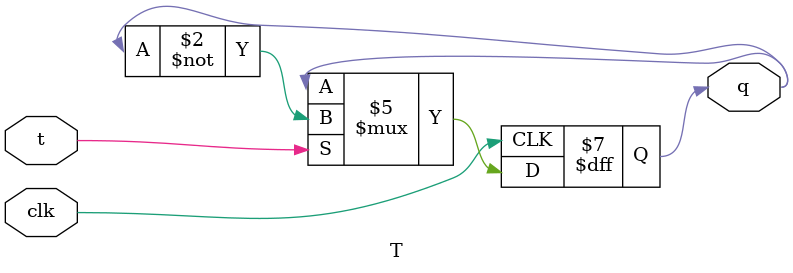
<source format=v>
`timescale 1ns / 1ps

module lab1_b(x,clk,q0,q1,y,led);
input x,clk;
output q0,q1,y,led;
wire t0,t1;
assign t0=1;
assign t1=q0^x;
assign y=(~x) | q1;
assign led=x;
T test1(clk,t0,q0);
T test2(clk,t1,q1);
	
endmodule

module T(
	input clk,t,
	output q
);
reg q;
initial
q=1'b0;
always @(negedge clk) begin
if(t) 
   q<=~q;
else 
   q<=q;
end

endmodule



</source>
